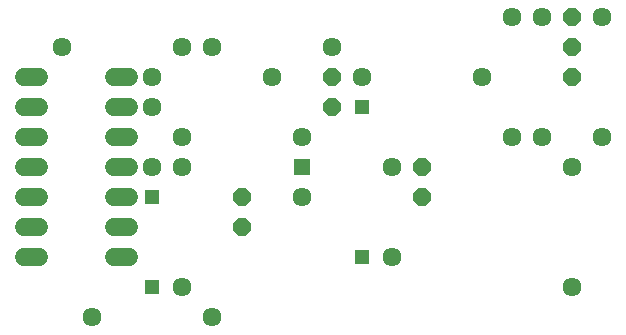
<source format=gts>
G75*
%MOIN*%
%OFA0B0*%
%FSLAX25Y25*%
%IPPOS*%
%LPD*%
%AMOC8*
5,1,8,0,0,1.08239X$1,22.5*
%
%ADD10C,0.06343*%
%ADD11R,0.05556X0.05556*%
%ADD12C,0.05950*%
%ADD13OC8,0.06000*%
%ADD14OC8,0.05950*%
%ADD15R,0.04762X0.04762*%
D10*
X0041000Y0011833D03*
X0071000Y0021833D03*
X0081000Y0011833D03*
X0141000Y0031833D03*
X0111000Y0051833D03*
X0141000Y0061833D03*
X0111000Y0071833D03*
X0101000Y0091833D03*
X0081000Y0101833D03*
X0071000Y0101833D03*
X0061000Y0091833D03*
X0061000Y0081833D03*
X0071000Y0071833D03*
X0071000Y0061833D03*
X0061000Y0061833D03*
X0131000Y0091833D03*
X0121000Y0101833D03*
X0171000Y0091833D03*
X0181000Y0071833D03*
X0191000Y0071833D03*
X0201000Y0061833D03*
X0211000Y0071833D03*
X0211000Y0111833D03*
X0191000Y0111833D03*
X0181000Y0111833D03*
X0031000Y0101833D03*
X0201000Y0021833D03*
D11*
X0111000Y0061833D03*
D12*
X0053575Y0061833D02*
X0048425Y0061833D01*
X0048425Y0051833D02*
X0053575Y0051833D01*
X0053575Y0041833D02*
X0048425Y0041833D01*
X0048425Y0031833D02*
X0053575Y0031833D01*
X0023575Y0031833D02*
X0018425Y0031833D01*
X0018425Y0041833D02*
X0023575Y0041833D01*
X0023575Y0051833D02*
X0018425Y0051833D01*
X0018425Y0061833D02*
X0023575Y0061833D01*
X0023575Y0071833D02*
X0018425Y0071833D01*
X0018425Y0081833D02*
X0023575Y0081833D01*
X0023575Y0091833D02*
X0018425Y0091833D01*
X0048425Y0091833D02*
X0053575Y0091833D01*
X0053575Y0081833D02*
X0048425Y0081833D01*
X0048425Y0071833D02*
X0053575Y0071833D01*
D13*
X0091000Y0051833D03*
X0091000Y0041833D03*
X0151000Y0051833D03*
X0151000Y0061833D03*
X0121000Y0081833D03*
X0121000Y0091833D03*
D14*
X0201000Y0091833D03*
X0201000Y0101833D03*
X0201000Y0111833D03*
D15*
X0131000Y0081833D03*
X0061000Y0051833D03*
X0061000Y0021833D03*
X0131000Y0031833D03*
M02*

</source>
